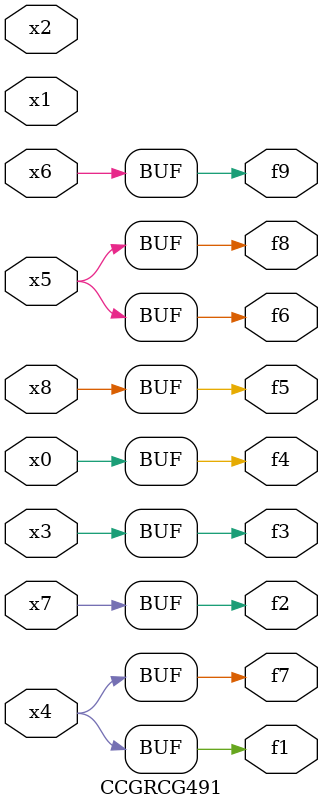
<source format=v>
module CCGRCG491(
	input x0, x1, x2, x3, x4, x5, x6, x7, x8,
	output f1, f2, f3, f4, f5, f6, f7, f8, f9
);
	assign f1 = x4;
	assign f2 = x7;
	assign f3 = x3;
	assign f4 = x0;
	assign f5 = x8;
	assign f6 = x5;
	assign f7 = x4;
	assign f8 = x5;
	assign f9 = x6;
endmodule

</source>
